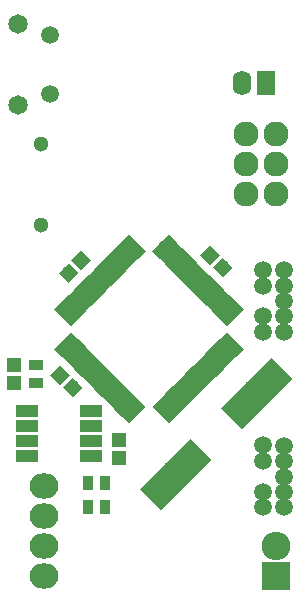
<source format=gbs>
G04 #@! TF.GenerationSoftware,KiCad,Pcbnew,(2017-01-24 revision 0b6147e)-makepkg*
G04 #@! TF.CreationDate,2017-01-30T11:51:46-08:00*
G04 #@! TF.ProjectId,derbyFX,646572627946582E6B696361645F7063,rev?*
G04 #@! TF.FileFunction,Soldermask,Bot*
G04 #@! TF.FilePolarity,Negative*
%FSLAX46Y46*%
G04 Gerber Fmt 4.6, Leading zero omitted, Abs format (unit mm)*
G04 Created by KiCad (PCBNEW (2017-01-24 revision 0b6147e)-makepkg) date 01/30/17 11:51:46*
%MOMM*%
%LPD*%
G01*
G04 APERTURE LIST*
%ADD10C,0.100000*%
%ADD11C,0.960000*%
%ADD12R,2.432000X2.432000*%
%ADD13O,2.432000X2.432000*%
%ADD14C,2.127200*%
%ADD15O,2.127200X2.127200*%
%ADD16C,1.150000*%
%ADD17R,1.150000X1.200000*%
%ADD18R,1.600000X2.100000*%
%ADD19O,1.600000X2.100000*%
%ADD20R,0.900000X1.300000*%
%ADD21R,1.300000X0.900000*%
%ADD22R,1.950000X1.000000*%
%ADD23C,1.650006*%
%ADD24C,1.504000*%
%ADD25C,2.500580*%
%ADD26O,2.432000X2.127200*%
%ADD27C,1.500000*%
%ADD28C,1.300000*%
G04 APERTURE END LIST*
D10*
D11*
X93364998Y-60921852D03*
D10*
G36*
X92318480Y-60554156D02*
X92997302Y-59875334D01*
X94411516Y-61289548D01*
X93732694Y-61968370D01*
X92318480Y-60554156D01*
X92318480Y-60554156D01*
G37*
D11*
X93930684Y-60356167D03*
D10*
G36*
X92884166Y-59988471D02*
X93562988Y-59309649D01*
X94977202Y-60723863D01*
X94298380Y-61402685D01*
X92884166Y-59988471D01*
X92884166Y-59988471D01*
G37*
D11*
X94496369Y-59790482D03*
D10*
G36*
X93449851Y-59422786D02*
X94128673Y-58743964D01*
X95542887Y-60158178D01*
X94864065Y-60837000D01*
X93449851Y-59422786D01*
X93449851Y-59422786D01*
G37*
D11*
X95062054Y-59224796D03*
D10*
G36*
X94015536Y-58857100D02*
X94694358Y-58178278D01*
X96108572Y-59592492D01*
X95429750Y-60271314D01*
X94015536Y-58857100D01*
X94015536Y-58857100D01*
G37*
D11*
X95627740Y-58659111D03*
D10*
G36*
X94581222Y-58291415D02*
X95260044Y-57612593D01*
X96674258Y-59026807D01*
X95995436Y-59705629D01*
X94581222Y-58291415D01*
X94581222Y-58291415D01*
G37*
D11*
X96193425Y-58093425D03*
D10*
G36*
X95146907Y-57725729D02*
X95825729Y-57046907D01*
X97239943Y-58461121D01*
X96561121Y-59139943D01*
X95146907Y-57725729D01*
X95146907Y-57725729D01*
G37*
D11*
X96759111Y-57527740D03*
D10*
G36*
X95712593Y-57160044D02*
X96391415Y-56481222D01*
X97805629Y-57895436D01*
X97126807Y-58574258D01*
X95712593Y-57160044D01*
X95712593Y-57160044D01*
G37*
D11*
X97324796Y-56962054D03*
D10*
G36*
X96278278Y-56594358D02*
X96957100Y-55915536D01*
X98371314Y-57329750D01*
X97692492Y-58008572D01*
X96278278Y-56594358D01*
X96278278Y-56594358D01*
G37*
D11*
X97890482Y-56396369D03*
D10*
G36*
X96843964Y-56028673D02*
X97522786Y-55349851D01*
X98937000Y-56764065D01*
X98258178Y-57442887D01*
X96843964Y-56028673D01*
X96843964Y-56028673D01*
G37*
D11*
X98456167Y-55830684D03*
D10*
G36*
X97409649Y-55462988D02*
X98088471Y-54784166D01*
X99502685Y-56198380D01*
X98823863Y-56877202D01*
X97409649Y-55462988D01*
X97409649Y-55462988D01*
G37*
D11*
X99021852Y-55264998D03*
D10*
G36*
X97975334Y-54897302D02*
X98654156Y-54218480D01*
X100068370Y-55632694D01*
X99389548Y-56311516D01*
X97975334Y-54897302D01*
X97975334Y-54897302D01*
G37*
D11*
X101638148Y-55264998D03*
D10*
G36*
X102005844Y-54218480D02*
X102684666Y-54897302D01*
X101270452Y-56311516D01*
X100591630Y-55632694D01*
X102005844Y-54218480D01*
X102005844Y-54218480D01*
G37*
D11*
X102203833Y-55830684D03*
D10*
G36*
X102571529Y-54784166D02*
X103250351Y-55462988D01*
X101836137Y-56877202D01*
X101157315Y-56198380D01*
X102571529Y-54784166D01*
X102571529Y-54784166D01*
G37*
D11*
X102769518Y-56396369D03*
D10*
G36*
X103137214Y-55349851D02*
X103816036Y-56028673D01*
X102401822Y-57442887D01*
X101723000Y-56764065D01*
X103137214Y-55349851D01*
X103137214Y-55349851D01*
G37*
D11*
X103335204Y-56962054D03*
D10*
G36*
X103702900Y-55915536D02*
X104381722Y-56594358D01*
X102967508Y-58008572D01*
X102288686Y-57329750D01*
X103702900Y-55915536D01*
X103702900Y-55915536D01*
G37*
D11*
X103900889Y-57527740D03*
D10*
G36*
X104268585Y-56481222D02*
X104947407Y-57160044D01*
X103533193Y-58574258D01*
X102854371Y-57895436D01*
X104268585Y-56481222D01*
X104268585Y-56481222D01*
G37*
D11*
X104466575Y-58093425D03*
D10*
G36*
X104834271Y-57046907D02*
X105513093Y-57725729D01*
X104098879Y-59139943D01*
X103420057Y-58461121D01*
X104834271Y-57046907D01*
X104834271Y-57046907D01*
G37*
D11*
X105032260Y-58659111D03*
D10*
G36*
X105399956Y-57612593D02*
X106078778Y-58291415D01*
X104664564Y-59705629D01*
X103985742Y-59026807D01*
X105399956Y-57612593D01*
X105399956Y-57612593D01*
G37*
D11*
X105597946Y-59224796D03*
D10*
G36*
X105965642Y-58178278D02*
X106644464Y-58857100D01*
X105230250Y-60271314D01*
X104551428Y-59592492D01*
X105965642Y-58178278D01*
X105965642Y-58178278D01*
G37*
D11*
X106163631Y-59790482D03*
D10*
G36*
X106531327Y-58743964D02*
X107210149Y-59422786D01*
X105795935Y-60837000D01*
X105117113Y-60158178D01*
X106531327Y-58743964D01*
X106531327Y-58743964D01*
G37*
D11*
X106729316Y-60356167D03*
D10*
G36*
X107097012Y-59309649D02*
X107775834Y-59988471D01*
X106361620Y-61402685D01*
X105682798Y-60723863D01*
X107097012Y-59309649D01*
X107097012Y-59309649D01*
G37*
D11*
X107295002Y-60921852D03*
D10*
G36*
X107662698Y-59875334D02*
X108341520Y-60554156D01*
X106927306Y-61968370D01*
X106248484Y-61289548D01*
X107662698Y-59875334D01*
X107662698Y-59875334D01*
G37*
D11*
X107295002Y-63538148D03*
D10*
G36*
X106248484Y-63170452D02*
X106927306Y-62491630D01*
X108341520Y-63905844D01*
X107662698Y-64584666D01*
X106248484Y-63170452D01*
X106248484Y-63170452D01*
G37*
D11*
X106729316Y-64103833D03*
D10*
G36*
X105682798Y-63736137D02*
X106361620Y-63057315D01*
X107775834Y-64471529D01*
X107097012Y-65150351D01*
X105682798Y-63736137D01*
X105682798Y-63736137D01*
G37*
D11*
X106163631Y-64669518D03*
D10*
G36*
X105117113Y-64301822D02*
X105795935Y-63623000D01*
X107210149Y-65037214D01*
X106531327Y-65716036D01*
X105117113Y-64301822D01*
X105117113Y-64301822D01*
G37*
D11*
X105597946Y-65235204D03*
D10*
G36*
X104551428Y-64867508D02*
X105230250Y-64188686D01*
X106644464Y-65602900D01*
X105965642Y-66281722D01*
X104551428Y-64867508D01*
X104551428Y-64867508D01*
G37*
D11*
X105032260Y-65800889D03*
D10*
G36*
X103985742Y-65433193D02*
X104664564Y-64754371D01*
X106078778Y-66168585D01*
X105399956Y-66847407D01*
X103985742Y-65433193D01*
X103985742Y-65433193D01*
G37*
D11*
X104466575Y-66366575D03*
D10*
G36*
X103420057Y-65998879D02*
X104098879Y-65320057D01*
X105513093Y-66734271D01*
X104834271Y-67413093D01*
X103420057Y-65998879D01*
X103420057Y-65998879D01*
G37*
D11*
X103900889Y-66932260D03*
D10*
G36*
X102854371Y-66564564D02*
X103533193Y-65885742D01*
X104947407Y-67299956D01*
X104268585Y-67978778D01*
X102854371Y-66564564D01*
X102854371Y-66564564D01*
G37*
D11*
X103335204Y-67497946D03*
D10*
G36*
X102288686Y-67130250D02*
X102967508Y-66451428D01*
X104381722Y-67865642D01*
X103702900Y-68544464D01*
X102288686Y-67130250D01*
X102288686Y-67130250D01*
G37*
D11*
X102769518Y-68063631D03*
D10*
G36*
X101723000Y-67695935D02*
X102401822Y-67017113D01*
X103816036Y-68431327D01*
X103137214Y-69110149D01*
X101723000Y-67695935D01*
X101723000Y-67695935D01*
G37*
D11*
X102203833Y-68629316D03*
D10*
G36*
X101157315Y-68261620D02*
X101836137Y-67582798D01*
X103250351Y-68997012D01*
X102571529Y-69675834D01*
X101157315Y-68261620D01*
X101157315Y-68261620D01*
G37*
D11*
X101638148Y-69195002D03*
D10*
G36*
X100591630Y-68827306D02*
X101270452Y-68148484D01*
X102684666Y-69562698D01*
X102005844Y-70241520D01*
X100591630Y-68827306D01*
X100591630Y-68827306D01*
G37*
D11*
X99021852Y-69195002D03*
D10*
G36*
X99389548Y-68148484D02*
X100068370Y-68827306D01*
X98654156Y-70241520D01*
X97975334Y-69562698D01*
X99389548Y-68148484D01*
X99389548Y-68148484D01*
G37*
D11*
X98456167Y-68629316D03*
D10*
G36*
X98823863Y-67582798D02*
X99502685Y-68261620D01*
X98088471Y-69675834D01*
X97409649Y-68997012D01*
X98823863Y-67582798D01*
X98823863Y-67582798D01*
G37*
D11*
X97890482Y-68063631D03*
D10*
G36*
X98258178Y-67017113D02*
X98937000Y-67695935D01*
X97522786Y-69110149D01*
X96843964Y-68431327D01*
X98258178Y-67017113D01*
X98258178Y-67017113D01*
G37*
D11*
X97324796Y-67497946D03*
D10*
G36*
X97692492Y-66451428D02*
X98371314Y-67130250D01*
X96957100Y-68544464D01*
X96278278Y-67865642D01*
X97692492Y-66451428D01*
X97692492Y-66451428D01*
G37*
D11*
X96759111Y-66932260D03*
D10*
G36*
X97126807Y-65885742D02*
X97805629Y-66564564D01*
X96391415Y-67978778D01*
X95712593Y-67299956D01*
X97126807Y-65885742D01*
X97126807Y-65885742D01*
G37*
D11*
X96193425Y-66366575D03*
D10*
G36*
X96561121Y-65320057D02*
X97239943Y-65998879D01*
X95825729Y-67413093D01*
X95146907Y-66734271D01*
X96561121Y-65320057D01*
X96561121Y-65320057D01*
G37*
D11*
X95627740Y-65800889D03*
D10*
G36*
X95995436Y-64754371D02*
X96674258Y-65433193D01*
X95260044Y-66847407D01*
X94581222Y-66168585D01*
X95995436Y-64754371D01*
X95995436Y-64754371D01*
G37*
D11*
X95062054Y-65235204D03*
D10*
G36*
X95429750Y-64188686D02*
X96108572Y-64867508D01*
X94694358Y-66281722D01*
X94015536Y-65602900D01*
X95429750Y-64188686D01*
X95429750Y-64188686D01*
G37*
D11*
X94496369Y-64669518D03*
D10*
G36*
X94864065Y-63623000D02*
X95542887Y-64301822D01*
X94128673Y-65716036D01*
X93449851Y-65037214D01*
X94864065Y-63623000D01*
X94864065Y-63623000D01*
G37*
D11*
X93930684Y-64103833D03*
D10*
G36*
X94298380Y-63057315D02*
X94977202Y-63736137D01*
X93562988Y-65150351D01*
X92884166Y-64471529D01*
X94298380Y-63057315D01*
X94298380Y-63057315D01*
G37*
D11*
X93364998Y-63538148D03*
D10*
G36*
X93732694Y-62491630D02*
X94411516Y-63170452D01*
X92997302Y-64584666D01*
X92318480Y-63905844D01*
X93732694Y-62491630D01*
X93732694Y-62491630D01*
G37*
D12*
X111125000Y-83185000D03*
D13*
X111125000Y-80645000D03*
D14*
X108585000Y-50800000D03*
D15*
X111125000Y-50800000D03*
X108585000Y-48260000D03*
X111125000Y-48260000D03*
X108585000Y-45720000D03*
X111125000Y-45720000D03*
D16*
X106575330Y-57045330D03*
D10*
G36*
X107406180Y-57063008D02*
X106593008Y-57876180D01*
X105744480Y-57027652D01*
X106557652Y-56214480D01*
X107406180Y-57063008D01*
X107406180Y-57063008D01*
G37*
D16*
X105514670Y-55984670D03*
D10*
G36*
X106345520Y-56002348D02*
X105532348Y-56815520D01*
X104683820Y-55966992D01*
X105496992Y-55153820D01*
X106345520Y-56002348D01*
X106345520Y-56002348D01*
G37*
D16*
X93875330Y-67205330D03*
D10*
G36*
X93044480Y-67187652D02*
X93857652Y-66374480D01*
X94706180Y-67223008D01*
X93893008Y-68036180D01*
X93044480Y-67187652D01*
X93044480Y-67187652D01*
G37*
D16*
X92814670Y-66144670D03*
D10*
G36*
X91983820Y-66126992D02*
X92796992Y-65313820D01*
X93645520Y-66162348D01*
X92832348Y-66975520D01*
X91983820Y-66126992D01*
X91983820Y-66126992D01*
G37*
D16*
X94576370Y-56436790D03*
D10*
G36*
X94594048Y-55605940D02*
X95407220Y-56419112D01*
X94558692Y-57267640D01*
X93745520Y-56454468D01*
X94594048Y-55605940D01*
X94594048Y-55605940D01*
G37*
D16*
X93515710Y-57497450D03*
D10*
G36*
X93533388Y-56666600D02*
X94346560Y-57479772D01*
X93498032Y-58328300D01*
X92684860Y-57515128D01*
X93533388Y-56666600D01*
X93533388Y-56666600D01*
G37*
D17*
X97790000Y-73140000D03*
X97790000Y-71640000D03*
X88900000Y-65290000D03*
X88900000Y-66790000D03*
D18*
X110236000Y-41402000D03*
D19*
X108236000Y-41402000D03*
D20*
X95135000Y-75311000D03*
X96635000Y-75311000D03*
X96635000Y-77343000D03*
X95135000Y-77343000D03*
D21*
X90805000Y-66790000D03*
X90805000Y-65290000D03*
D22*
X90010000Y-73025000D03*
X90010000Y-71755000D03*
X90010000Y-70485000D03*
X90010000Y-69215000D03*
X95410000Y-69215000D03*
X95410000Y-70485000D03*
X95410000Y-71755000D03*
X95410000Y-73025000D03*
D23*
X89278000Y-36448000D03*
X89278000Y-43308000D03*
D24*
X91948000Y-42375940D03*
X91948000Y-37375940D03*
D25*
X102616338Y-74548662D03*
D10*
G36*
X101378859Y-77554318D02*
X99610682Y-75786141D01*
X103853817Y-71543006D01*
X105621994Y-73311183D01*
X101378859Y-77554318D01*
X101378859Y-77554318D01*
G37*
D25*
X109473662Y-67691338D03*
D10*
G36*
X108236183Y-70696994D02*
X106468006Y-68928817D01*
X110711141Y-64685682D01*
X112479318Y-66453859D01*
X108236183Y-70696994D01*
X108236183Y-70696994D01*
G37*
D26*
X91440000Y-83185000D03*
X91440000Y-80645000D03*
X91440000Y-78105000D03*
X91440000Y-75565000D03*
D27*
X111760000Y-57284000D03*
X111760000Y-58584000D03*
X111760000Y-59884000D03*
X111760000Y-61184000D03*
X111760000Y-62484000D03*
X111760000Y-77343000D03*
X111760000Y-76043000D03*
X111760000Y-74743000D03*
X111760000Y-73443000D03*
X111760000Y-72143000D03*
X109982000Y-72106000D03*
X109982000Y-73406000D03*
X109982000Y-57277000D03*
X109982000Y-58577000D03*
X109982000Y-76043000D03*
X109982000Y-77343000D03*
X109982000Y-62484000D03*
X109982000Y-61184000D03*
D28*
X91178740Y-46631020D03*
X91178740Y-53431020D03*
M02*

</source>
